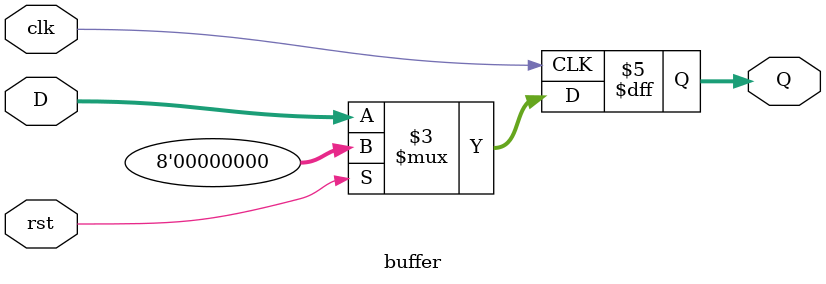
<source format=v>
module buffer #(parameter size = 8)(
    input clk,
    input rst,
    input [size-1:0] D,
    output reg [size-1:0] Q
);

always @(posedge clk)
begin
    if (rst)
        Q <= 'b0;
    else
        Q <= D;
end

endmodule 

</source>
